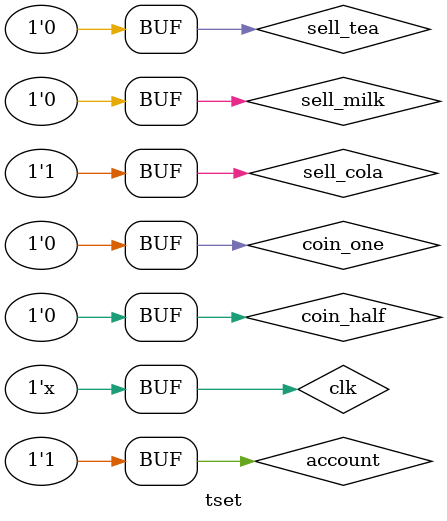
<source format=v>
`timescale 1ns / 1ps


module tset;

	// Inputs
	reg clk;
	reg coin_half;
	reg coin_one;
	reg sell_cola;
	reg sell_tea;
	reg sell_milk;
	reg account;

	// Outputs
	wire [3:0] an;
	wire [6:0] a_to_g;
	wire DP;

	// Instantiate the Unit Under Test (UUT)
	top_module uut (
		.clk(clk), 
		.coin_half(coin_half), 
		.coin_one(coin_one), 
		.sell_cola(sell_cola), 
		.sell_tea(sell_tea), 
		.sell_milk(sell_milk), 
		.account(account), 
		.an(an), 
		.a_to_g(a_to_g), 
		.DP(DP)
	);

	initial begin
		// Initialize Inputs
		clk = 0;
		coin_half = 0;
		coin_one = 0;
		sell_cola = 0;
		sell_tea = 0;
		sell_milk = 0;
		account = 0;

		// Wait 100 ns for global reset to finish
		
		#100;
       coin_half = 1; 
		#100;
		 account = 1;
		#100
		 coin_half = 0;
		 account = 0 ;
		 sell_cola = 1;
		#100
		 account = 1;
		 // Add stimulus here

	end
    always #50 clk = ~clk;  
endmodule


</source>
